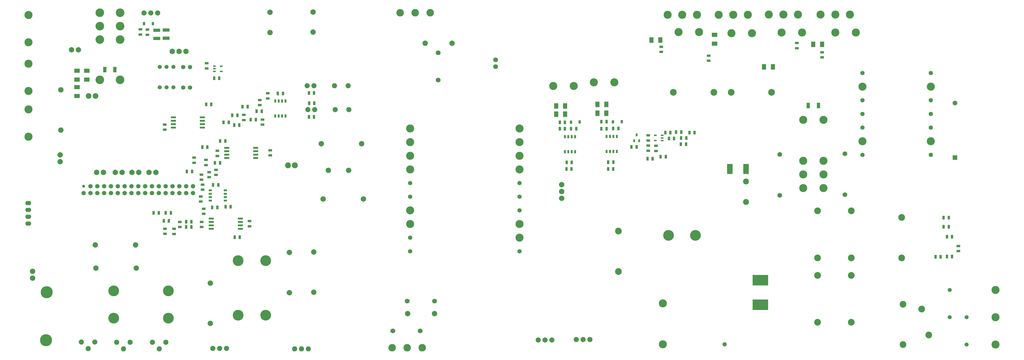
<source format=gbs>
G04 (created by PCBNEW (2013-07-07 BZR 4022)-stable) date 31-01-2015 18:12:54*
%MOIN*%
G04 Gerber Fmt 3.4, Leading zero omitted, Abs format*
%FSLAX34Y34*%
G01*
G70*
G90*
G04 APERTURE LIST*
%ADD10C,0.00590551*%
%ADD11C,0.0748031*%
%ADD12C,0.0787402*%
%ADD13C,0.0984252*%
%ADD14C,0.0826772*%
%ADD15C,0.125984*%
%ADD16C,0.11811*%
%ADD17C,0.0629921*%
%ADD18R,0.07X0.07*%
%ADD19C,0.07*%
%ADD20C,0.0590551*%
%ADD21R,0.1X0.05*%
%ADD22O,0.0866142X0.0629921*%
%ADD23R,0.055X0.035*%
%ADD24R,0.0358268X0.0480315*%
%ADD25R,0.08X0.06*%
%ADD26R,0.0492126X0.0787402*%
%ADD27C,0.177165*%
%ADD28R,0.035X0.055*%
%ADD29R,0.229921X0.155118*%
%ADD30R,0.06X0.08*%
%ADD31C,0.15748*%
%ADD32R,0.0787402X0.149606*%
%ADD33C,0.0866142*%
%ADD34R,0.0315X0.0394*%
%ADD35C,0.0708661*%
%ADD36C,0.110236*%
%ADD37R,0.0413386X0.023622*%
%ADD38R,0.05X0.025*%
%ADD39R,0.025X0.05*%
%ADD40R,0.0748031X0.0255906*%
%ADD41C,0.0649606*%
%ADD42C,0.0433071*%
G04 APERTURE END LIST*
G54D10*
G54D11*
X56078Y-25006D03*
X57078Y-25006D03*
X60078Y-25006D03*
X62078Y-25006D03*
X56183Y-28506D03*
X57183Y-28506D03*
X60183Y-28506D03*
X62183Y-28506D03*
G54D12*
X26260Y-37716D03*
X25260Y-37716D03*
X29010Y-37720D03*
X28010Y-37720D03*
X31433Y-37716D03*
X30433Y-37716D03*
G54D13*
X130740Y-43354D03*
X135661Y-43354D03*
X135661Y-50244D03*
X130740Y-50244D03*
X143047Y-50232D03*
X143047Y-44326D03*
G54D14*
X25115Y-26505D03*
X24115Y-26505D03*
G54D15*
X25736Y-24153D03*
X25736Y-18248D03*
X25736Y-16279D03*
X25736Y-14311D03*
X28688Y-14311D03*
X28688Y-16279D03*
X28688Y-18248D03*
X28688Y-24153D03*
G54D12*
X33920Y-37710D03*
X32920Y-37710D03*
G54D11*
X32216Y-14350D03*
X33216Y-14350D03*
X34216Y-14350D03*
X56242Y-63580D03*
X54242Y-63580D03*
X55242Y-63580D03*
X44259Y-63523D03*
X42259Y-63523D03*
X43259Y-63523D03*
G54D12*
X31057Y-51730D03*
X25152Y-51730D03*
G54D16*
X136350Y-17200D03*
X133350Y-17200D03*
X128470Y-17220D03*
X125470Y-17220D03*
X121120Y-17325D03*
X118120Y-17325D03*
X113385Y-17150D03*
X110385Y-17150D03*
X92074Y-25047D03*
X95074Y-25047D03*
X98011Y-24515D03*
X101011Y-24515D03*
X71118Y-31267D03*
X71118Y-33267D03*
X71118Y-35267D03*
X71118Y-37267D03*
G54D17*
X71118Y-41267D03*
G54D16*
X71118Y-43267D03*
X71118Y-45267D03*
G54D17*
X71118Y-47267D03*
X71118Y-49267D03*
X87118Y-49267D03*
G54D16*
X87118Y-47267D03*
X87118Y-45267D03*
G54D17*
X87118Y-43267D03*
X87118Y-41267D03*
X87118Y-39267D03*
G54D16*
X87118Y-37267D03*
X87118Y-35267D03*
X87118Y-33267D03*
X87118Y-31267D03*
G54D17*
X71118Y-39267D03*
G54D16*
X108112Y-62912D03*
X108112Y-56927D03*
G54D17*
X117128Y-62912D03*
G54D18*
X150844Y-35556D03*
G54D19*
X150844Y-27556D03*
G54D20*
X150082Y-54956D03*
X150082Y-58956D03*
X152519Y-58948D03*
X152519Y-62948D03*
G54D12*
X22590Y-19740D03*
X21590Y-19740D03*
X15884Y-53210D03*
X15884Y-52210D03*
G54D21*
X35444Y-16860D03*
X35444Y-18060D03*
X34078Y-16876D03*
X34078Y-18076D03*
G54D22*
X15268Y-42214D03*
X15268Y-43214D03*
X15268Y-44214D03*
X15268Y-45214D03*
G54D23*
X31665Y-17504D03*
X31665Y-16754D03*
X32700Y-16786D03*
X32700Y-17536D03*
G54D24*
X33498Y-15900D03*
X32211Y-15904D03*
G54D16*
X15314Y-21763D03*
X15314Y-25763D03*
X15303Y-28480D03*
X15303Y-32480D03*
X15291Y-14633D03*
X15291Y-18633D03*
G54D25*
X22410Y-25210D03*
X22410Y-26510D03*
X22410Y-22820D03*
X22410Y-24120D03*
X23820Y-24120D03*
X23820Y-22820D03*
G54D26*
X27940Y-22661D03*
X26464Y-22657D03*
G54D27*
X17857Y-62298D03*
X17955Y-55294D03*
G54D28*
X93776Y-30377D03*
X93026Y-30377D03*
G54D16*
X156771Y-62948D03*
X156771Y-58948D03*
X156771Y-54948D03*
G54D13*
X145960Y-57732D03*
X146984Y-61551D03*
X143240Y-57047D03*
X143240Y-62952D03*
X130748Y-52799D03*
X135669Y-52799D03*
X135669Y-59688D03*
X130748Y-59688D03*
G54D29*
X122367Y-53508D03*
X122364Y-57107D03*
G54D16*
X128618Y-30023D03*
X128618Y-36023D03*
X128622Y-38023D03*
X128622Y-40023D03*
X131614Y-36023D03*
X131614Y-30023D03*
X131614Y-40023D03*
X131614Y-38023D03*
G54D19*
X125196Y-35090D03*
X125196Y-41090D03*
X134744Y-34992D03*
X134744Y-40992D03*
G54D17*
X147285Y-27160D03*
X147285Y-29160D03*
X147285Y-31160D03*
X147285Y-35160D03*
X137285Y-23160D03*
X137285Y-27160D03*
X137285Y-29160D03*
X137285Y-31160D03*
X137285Y-35160D03*
G54D16*
X137285Y-25160D03*
X137285Y-33160D03*
X147285Y-33160D03*
X147285Y-25160D03*
G54D17*
X147285Y-23160D03*
G54D26*
X129378Y-27901D03*
X130854Y-27905D03*
G54D16*
X131174Y-14564D03*
X133320Y-14564D03*
X135465Y-14564D03*
X123584Y-14570D03*
X125730Y-14570D03*
X127875Y-14570D03*
X108804Y-14600D03*
X110950Y-14600D03*
X113095Y-14600D03*
X116254Y-14600D03*
X118400Y-14600D03*
X120545Y-14600D03*
G54D25*
X115675Y-18850D03*
X115675Y-17550D03*
G54D30*
X106436Y-18307D03*
X107736Y-18307D03*
X130090Y-18945D03*
X131390Y-18945D03*
X122890Y-22240D03*
X124190Y-22240D03*
G54D23*
X131410Y-20845D03*
X131410Y-20095D03*
X127690Y-18745D03*
X127690Y-19495D03*
X114790Y-21357D03*
X114790Y-20607D03*
X107874Y-20060D03*
X107874Y-19310D03*
G54D13*
X118110Y-25984D03*
X124015Y-25984D03*
X101598Y-52232D03*
X101598Y-46326D03*
X115551Y-25984D03*
X109645Y-25984D03*
G54D23*
X35250Y-30705D03*
X35250Y-31455D03*
G54D31*
X112870Y-46948D03*
X108933Y-46948D03*
G54D32*
X117913Y-37204D03*
X120275Y-37204D03*
G54D33*
X120275Y-42051D03*
X120275Y-39051D03*
G54D11*
X97425Y-62200D03*
X96425Y-62200D03*
X95425Y-62200D03*
X91877Y-62287D03*
X90877Y-62287D03*
X89877Y-62287D03*
G54D28*
X100839Y-37224D03*
X100089Y-37224D03*
X94768Y-36259D03*
X94018Y-36259D03*
X94749Y-37208D03*
X93999Y-37208D03*
X100863Y-36204D03*
X100113Y-36204D03*
X93776Y-31318D03*
X93026Y-31318D03*
X99859Y-31303D03*
X99109Y-31303D03*
X99859Y-30291D03*
X99109Y-30291D03*
X95430Y-31318D03*
X94680Y-31318D03*
X101587Y-31271D03*
X100837Y-31271D03*
G54D30*
X93787Y-29165D03*
X92487Y-29165D03*
X93787Y-27976D03*
X92487Y-27976D03*
X99838Y-27736D03*
X98538Y-27736D03*
X99838Y-29059D03*
X98538Y-29059D03*
G54D24*
X94662Y-30331D03*
X95949Y-30327D03*
X100804Y-30296D03*
X102091Y-30292D03*
G54D12*
X93287Y-39527D03*
X93287Y-40527D03*
X93287Y-41527D03*
X38345Y-19985D03*
X37345Y-19985D03*
X36345Y-19985D03*
G54D23*
X107098Y-33821D03*
X107098Y-34571D03*
X105968Y-32290D03*
X105968Y-33040D03*
G54D28*
X108999Y-32728D03*
X109749Y-32728D03*
X110735Y-33586D03*
X111485Y-33586D03*
X110034Y-31795D03*
X110784Y-31795D03*
X111995Y-31885D03*
X112745Y-31885D03*
G54D23*
X105968Y-33790D03*
X105968Y-34540D03*
G54D28*
X110774Y-32685D03*
X111524Y-32685D03*
X108459Y-31874D03*
X109209Y-31874D03*
X105865Y-35708D03*
X106615Y-35708D03*
G54D34*
X104259Y-32220D03*
X103884Y-33086D03*
X104634Y-33086D03*
G54D28*
X107782Y-35421D03*
X108532Y-35421D03*
X103506Y-33972D03*
X104256Y-33972D03*
X56361Y-27566D03*
X57111Y-27566D03*
G54D23*
X39522Y-36299D03*
X39522Y-35549D03*
X41265Y-35878D03*
X41265Y-36628D03*
G54D28*
X47355Y-28080D03*
X46605Y-28080D03*
X41285Y-27760D03*
X42035Y-27760D03*
X56321Y-29574D03*
X57071Y-29574D03*
X43213Y-23905D03*
X42463Y-23905D03*
G54D23*
X35265Y-46725D03*
X35265Y-45975D03*
X36585Y-46740D03*
X36585Y-45990D03*
X37440Y-44965D03*
X37440Y-45715D03*
G54D28*
X42309Y-39537D03*
X43059Y-39537D03*
G54D23*
X40650Y-44965D03*
X40650Y-45715D03*
X50657Y-34469D03*
X50657Y-35219D03*
X42944Y-34561D03*
X42944Y-35311D03*
G54D28*
X56321Y-26070D03*
X57071Y-26070D03*
X41475Y-34020D03*
X40725Y-34020D03*
G54D23*
X47649Y-44845D03*
X47649Y-45595D03*
G54D28*
X45395Y-30770D03*
X46145Y-30770D03*
G54D23*
X46790Y-30035D03*
X46790Y-29285D03*
G54D12*
X62129Y-37396D03*
X59177Y-37396D03*
X56945Y-17156D03*
X56945Y-14203D03*
X50644Y-17206D03*
X50644Y-14253D03*
G54D28*
X149652Y-47141D03*
X150402Y-47141D03*
G54D12*
X53460Y-55356D03*
X53460Y-49451D03*
X58120Y-33511D03*
X64026Y-33511D03*
X57024Y-55268D03*
X57024Y-49363D03*
X41900Y-53947D03*
X41900Y-59852D03*
X30980Y-48356D03*
X25075Y-48356D03*
X58400Y-41596D03*
X64306Y-41596D03*
X20020Y-25603D03*
X20020Y-31508D03*
X70763Y-58410D03*
X74700Y-58410D03*
X77277Y-18776D03*
X73340Y-18776D03*
G54D33*
X53253Y-36671D03*
X54253Y-36671D03*
G54D35*
X83625Y-22200D03*
X83625Y-21200D03*
G54D31*
X45977Y-50638D03*
X45977Y-58631D03*
X49992Y-58631D03*
X49992Y-50638D03*
X35775Y-55078D03*
X27783Y-55078D03*
X27783Y-59094D03*
X35775Y-59094D03*
G54D36*
X72888Y-63400D03*
X70700Y-63400D03*
X68511Y-63400D03*
X69681Y-14310D03*
X71870Y-14310D03*
X74058Y-14310D03*
G54D28*
X44089Y-33110D03*
X43339Y-33110D03*
G54D23*
X40920Y-43779D03*
X40920Y-43029D03*
G54D28*
X43320Y-36323D03*
X42570Y-36323D03*
G54D23*
X42749Y-38084D03*
X42749Y-37334D03*
G54D28*
X44124Y-42742D03*
X44874Y-42742D03*
X38468Y-37583D03*
X39218Y-37583D03*
G54D23*
X40754Y-40261D03*
X40754Y-39511D03*
G54D28*
X51775Y-26160D03*
X52525Y-26160D03*
G54D23*
X50300Y-26125D03*
X50300Y-26875D03*
X41381Y-21719D03*
X41381Y-22469D03*
X41738Y-37664D03*
X41738Y-38414D03*
X40605Y-38040D03*
X40605Y-38790D03*
X40516Y-41983D03*
X40516Y-41233D03*
G54D28*
X34367Y-43659D03*
X33617Y-43659D03*
X42918Y-42854D03*
X42168Y-42854D03*
X39125Y-44937D03*
X38375Y-44937D03*
X39120Y-45707D03*
X38370Y-45707D03*
X35381Y-43638D03*
X36131Y-43638D03*
X35085Y-44826D03*
X35835Y-44826D03*
X46215Y-47220D03*
X45465Y-47220D03*
X43835Y-30380D03*
X44585Y-30380D03*
X47815Y-29970D03*
X48565Y-29970D03*
G54D23*
X49130Y-27855D03*
X49130Y-27105D03*
G54D28*
X45111Y-29358D03*
X45861Y-29358D03*
X149180Y-44346D03*
X149930Y-44346D03*
X48675Y-28730D03*
X49425Y-28730D03*
G54D23*
X49530Y-29965D03*
X49530Y-30715D03*
G54D28*
X149180Y-45685D03*
X149930Y-45685D03*
X147999Y-50094D03*
X148749Y-50094D03*
X149652Y-50055D03*
X150402Y-50055D03*
G54D23*
X151326Y-49249D03*
X151326Y-48499D03*
G54D35*
X75248Y-24171D03*
X75248Y-20171D03*
X74688Y-56584D03*
X70688Y-56584D03*
X68605Y-60935D03*
X72605Y-60935D03*
G54D37*
X42496Y-22902D03*
X42496Y-22152D03*
X43496Y-22902D03*
X42496Y-22527D03*
X43496Y-22152D03*
X108011Y-32290D03*
X108011Y-33040D03*
X107011Y-32290D03*
X108011Y-32665D03*
X107011Y-33040D03*
G54D38*
X44100Y-40360D03*
X44100Y-40860D03*
X44100Y-41360D03*
X44100Y-41860D03*
X41900Y-41860D03*
X41900Y-41360D03*
X41900Y-40860D03*
X41900Y-40360D03*
G54D39*
X52890Y-29436D03*
X52390Y-29436D03*
X51890Y-29436D03*
X51390Y-29436D03*
X51390Y-27236D03*
X51890Y-27236D03*
X52390Y-27236D03*
X52890Y-27236D03*
G54D40*
X46285Y-44488D03*
X46285Y-44988D03*
X46285Y-45488D03*
X46285Y-45988D03*
X42035Y-45988D03*
X42035Y-45488D03*
X42035Y-44988D03*
X42035Y-44488D03*
X48539Y-34118D03*
X48539Y-34618D03*
X48539Y-35118D03*
X48539Y-35618D03*
X44289Y-35618D03*
X44289Y-35118D03*
X44289Y-34618D03*
X44289Y-34118D03*
G54D39*
X95265Y-34686D03*
X94765Y-34686D03*
X94265Y-34686D03*
X93765Y-34686D03*
X93765Y-32486D03*
X94265Y-32486D03*
X94765Y-32486D03*
X95265Y-32486D03*
X101368Y-34631D03*
X100868Y-34631D03*
X100368Y-34631D03*
X99868Y-34631D03*
X99868Y-32431D03*
X100368Y-32431D03*
X100868Y-32431D03*
X101368Y-32431D03*
G54D12*
X19921Y-35153D03*
X19921Y-36153D03*
G54D17*
X37930Y-25265D03*
X38930Y-25265D03*
X38930Y-22265D03*
X37930Y-22265D03*
G54D20*
X36500Y-22250D03*
X35500Y-22250D03*
X34500Y-22250D03*
X34500Y-25250D03*
X35500Y-25250D03*
X36500Y-25250D03*
G54D11*
X35414Y-62595D03*
X34430Y-63580D03*
X33445Y-62595D03*
X30178Y-62595D03*
X29194Y-63580D03*
X28209Y-62595D03*
X25008Y-62573D03*
X24024Y-63558D03*
X23039Y-62573D03*
G54D40*
X40735Y-29628D03*
X40735Y-30128D03*
X40735Y-30628D03*
X40735Y-31128D03*
X36485Y-31128D03*
X36485Y-30628D03*
X36485Y-30128D03*
X36485Y-29628D03*
G54D41*
X28360Y-40750D03*
X29360Y-40750D03*
X30360Y-40750D03*
X31360Y-40750D03*
X32360Y-40750D03*
X33360Y-40750D03*
X34360Y-40750D03*
X35360Y-40750D03*
X36360Y-40750D03*
X37360Y-40750D03*
X38360Y-40750D03*
X39360Y-40750D03*
X27360Y-40750D03*
X26360Y-40750D03*
X25360Y-40750D03*
X24360Y-40750D03*
X23360Y-40750D03*
X39360Y-39750D03*
X38360Y-39750D03*
X37360Y-39750D03*
X36360Y-39750D03*
X35360Y-39750D03*
X34360Y-39750D03*
X33360Y-39750D03*
X32360Y-39750D03*
X31360Y-39750D03*
X30360Y-39750D03*
X29360Y-39750D03*
X28360Y-39750D03*
X27360Y-39750D03*
X26360Y-39750D03*
X25360Y-39750D03*
X24360Y-39750D03*
G54D42*
X23360Y-39750D03*
M02*

</source>
